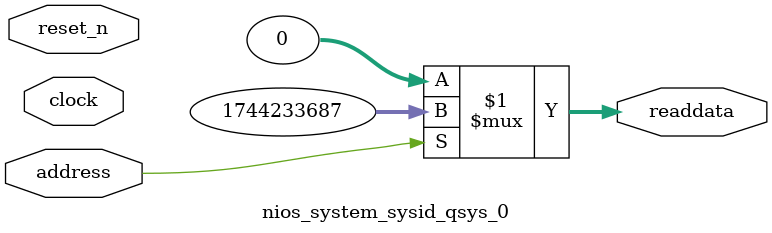
<source format=v>



// synthesis translate_off
`timescale 1ns / 1ps
// synthesis translate_on

// turn off superfluous verilog processor warnings 
// altera message_level Level1 
// altera message_off 10034 10035 10036 10037 10230 10240 10030 

module nios_system_sysid_qsys_0 (
               // inputs:
                address,
                clock,
                reset_n,

               // outputs:
                readdata
             )
;

  output  [ 31: 0] readdata;
  input            address;
  input            clock;
  input            reset_n;

  wire    [ 31: 0] readdata;
  //control_slave, which is an e_avalon_slave
  assign readdata = address ? 1744233687 : 0;

endmodule



</source>
